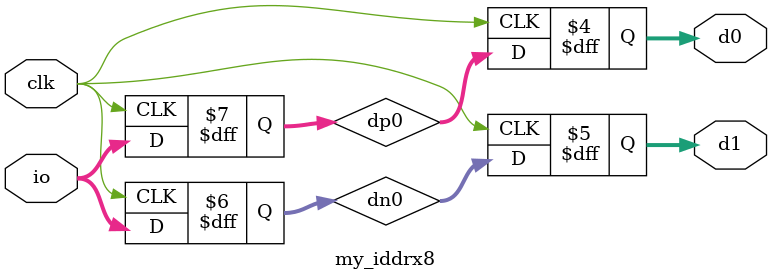
<source format=v>
/*
Double Data to Single Data Rate Input Register
2010-2011 sclai <laikos@yahoo.com>

This library is free software; you can redistribute it and/or modify it 
 under the terms of the GNU Lesser General Public License as published by 
 the Free Software Foundation; either version 2.1 of the License, 
 or (at your option) any later version.
 
 This library is distributed in the hope that it will be useful, but 
 WITHOUT ANY WARRANTY; without even the implied warranty of
 MERCHANTABILITY or FITNESS FOR A PARTICULAR PURPOSE. See the GNU
 Lesser General Public License for more details.
 
 You should have received a copy of the GNU Lesser General Public
 License along with this library; if not, write to the Free Software
 Foundation, Inc., 59 Temple Place, Suite 330, Boston, MA 02111-1307
 USA
*/
module my_iddrx8(
input wire 			clk,
input wire 	[7:0]	io,
output reg [7:0] d0,
output reg [7:0] d1
);

reg[7:0] dp0;
reg[7:0] dn0;
always@(posedge clk)
begin
	dp0<=io;
end

always@(negedge clk)
begin
	dn0=io;
end

always@(posedge clk)
begin
	d0<=dp0;
	d1<=dn0;
end

endmodule

</source>
